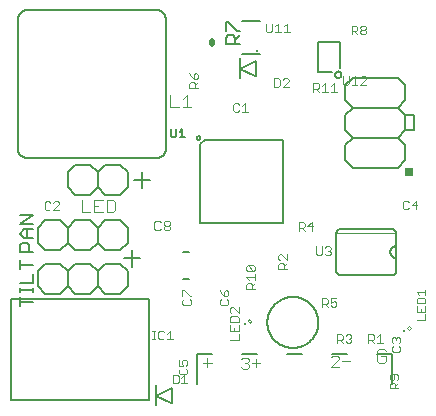
<source format=gbr>
G04 EAGLE Gerber RS-274X export*
G75*
%MOMM*%
%FSLAX34Y34*%
%LPD*%
%INSilkscreen Top*%
%IPPOS*%
%AMOC8*
5,1,8,0,0,1.08239X$1,22.5*%
G01*
%ADD10C,0.076200*%
%ADD11C,0.101600*%
%ADD12C,0.152400*%
%ADD13C,0.177800*%
%ADD14C,0.050800*%
%ADD15C,0.127000*%
%ADD16C,0.200000*%
%ADD17C,0.203200*%
%ADD18C,0.063400*%
%ADD19C,0.250000*%
%ADD20R,0.635000X0.635000*%
%ADD21C,0.508000*%


D10*
X210228Y81625D02*
X211795Y83193D01*
X214931Y83193D01*
X216499Y81625D01*
X216499Y80058D01*
X214931Y78490D01*
X213363Y78490D01*
X214931Y78490D02*
X216499Y76922D01*
X216499Y75355D01*
X214931Y73787D01*
X211795Y73787D01*
X210228Y75355D01*
X219583Y78490D02*
X225854Y78490D01*
X222718Y81625D02*
X222718Y75355D01*
X286428Y75565D02*
X292699Y75565D01*
X286428Y75565D02*
X292699Y81836D01*
X292699Y83403D01*
X291131Y84971D01*
X287995Y84971D01*
X286428Y83403D01*
X295783Y80268D02*
X302054Y80268D01*
D11*
X185596Y78999D02*
X177800Y78999D01*
X181698Y82897D02*
X181698Y75101D01*
X330967Y90434D02*
X332916Y88485D01*
X330967Y90434D02*
X327069Y90434D01*
X325120Y88485D01*
X325120Y80689D01*
X327069Y78740D01*
X330967Y78740D01*
X332916Y80689D01*
X332916Y84587D01*
X329018Y84587D01*
X75438Y206248D02*
X75438Y216671D01*
X75438Y206248D02*
X82387Y206248D01*
X85963Y216671D02*
X92911Y216671D01*
X85963Y216671D02*
X85963Y206248D01*
X92911Y206248D01*
X89437Y211459D02*
X85963Y211459D01*
X96487Y216671D02*
X96487Y206248D01*
X101699Y206248D01*
X103436Y207985D01*
X103436Y214934D01*
X101699Y216671D01*
X96487Y216671D01*
X150368Y295148D02*
X150368Y305571D01*
X150368Y295148D02*
X157317Y295148D01*
X160893Y302097D02*
X164367Y305571D01*
X164367Y295148D01*
X160893Y295148D02*
X167841Y295148D01*
D12*
X232410Y113030D02*
X232417Y113560D01*
X232436Y114089D01*
X232468Y114618D01*
X232514Y115146D01*
X232572Y115673D01*
X232644Y116198D01*
X232728Y116721D01*
X232825Y117242D01*
X232935Y117760D01*
X233057Y118276D01*
X233192Y118788D01*
X233340Y119297D01*
X233500Y119802D01*
X233672Y120303D01*
X233857Y120800D01*
X234053Y121292D01*
X234262Y121779D01*
X234483Y122261D01*
X234715Y122737D01*
X234959Y123207D01*
X235215Y123672D01*
X235482Y124129D01*
X235760Y124581D01*
X236049Y125025D01*
X236348Y125462D01*
X236659Y125891D01*
X236980Y126313D01*
X237311Y126727D01*
X237652Y127132D01*
X238003Y127529D01*
X238364Y127917D01*
X238734Y128296D01*
X239113Y128666D01*
X239501Y129027D01*
X239898Y129378D01*
X240303Y129719D01*
X240717Y130050D01*
X241139Y130371D01*
X241568Y130682D01*
X242005Y130981D01*
X242449Y131270D01*
X242901Y131548D01*
X243358Y131815D01*
X243823Y132071D01*
X244293Y132315D01*
X244769Y132547D01*
X245251Y132768D01*
X245738Y132977D01*
X246230Y133173D01*
X246727Y133358D01*
X247228Y133530D01*
X247733Y133690D01*
X248242Y133838D01*
X248754Y133973D01*
X249270Y134095D01*
X249788Y134205D01*
X250309Y134302D01*
X250832Y134386D01*
X251357Y134458D01*
X251884Y134516D01*
X252412Y134562D01*
X252941Y134594D01*
X253470Y134613D01*
X254000Y134620D01*
X254530Y134613D01*
X255059Y134594D01*
X255588Y134562D01*
X256116Y134516D01*
X256643Y134458D01*
X257168Y134386D01*
X257691Y134302D01*
X258212Y134205D01*
X258730Y134095D01*
X259246Y133973D01*
X259758Y133838D01*
X260267Y133690D01*
X260772Y133530D01*
X261273Y133358D01*
X261770Y133173D01*
X262262Y132977D01*
X262749Y132768D01*
X263231Y132547D01*
X263707Y132315D01*
X264177Y132071D01*
X264642Y131815D01*
X265099Y131548D01*
X265551Y131270D01*
X265995Y130981D01*
X266432Y130682D01*
X266861Y130371D01*
X267283Y130050D01*
X267697Y129719D01*
X268102Y129378D01*
X268499Y129027D01*
X268887Y128666D01*
X269266Y128296D01*
X269636Y127917D01*
X269997Y127529D01*
X270348Y127132D01*
X270689Y126727D01*
X271020Y126313D01*
X271341Y125891D01*
X271652Y125462D01*
X271951Y125025D01*
X272240Y124581D01*
X272518Y124129D01*
X272785Y123672D01*
X273041Y123207D01*
X273285Y122737D01*
X273517Y122261D01*
X273738Y121779D01*
X273947Y121292D01*
X274143Y120800D01*
X274328Y120303D01*
X274500Y119802D01*
X274660Y119297D01*
X274808Y118788D01*
X274943Y118276D01*
X275065Y117760D01*
X275175Y117242D01*
X275272Y116721D01*
X275356Y116198D01*
X275428Y115673D01*
X275486Y115146D01*
X275532Y114618D01*
X275564Y114089D01*
X275583Y113560D01*
X275590Y113030D01*
X275583Y112500D01*
X275564Y111971D01*
X275532Y111442D01*
X275486Y110914D01*
X275428Y110387D01*
X275356Y109862D01*
X275272Y109339D01*
X275175Y108818D01*
X275065Y108300D01*
X274943Y107784D01*
X274808Y107272D01*
X274660Y106763D01*
X274500Y106258D01*
X274328Y105757D01*
X274143Y105260D01*
X273947Y104768D01*
X273738Y104281D01*
X273517Y103799D01*
X273285Y103323D01*
X273041Y102853D01*
X272785Y102388D01*
X272518Y101931D01*
X272240Y101479D01*
X271951Y101035D01*
X271652Y100598D01*
X271341Y100169D01*
X271020Y99747D01*
X270689Y99333D01*
X270348Y98928D01*
X269997Y98531D01*
X269636Y98143D01*
X269266Y97764D01*
X268887Y97394D01*
X268499Y97033D01*
X268102Y96682D01*
X267697Y96341D01*
X267283Y96010D01*
X266861Y95689D01*
X266432Y95378D01*
X265995Y95079D01*
X265551Y94790D01*
X265099Y94512D01*
X264642Y94245D01*
X264177Y93989D01*
X263707Y93745D01*
X263231Y93513D01*
X262749Y93292D01*
X262262Y93083D01*
X261770Y92887D01*
X261273Y92702D01*
X260772Y92530D01*
X260267Y92370D01*
X259758Y92222D01*
X259246Y92087D01*
X258730Y91965D01*
X258212Y91855D01*
X257691Y91758D01*
X257168Y91674D01*
X256643Y91602D01*
X256116Y91544D01*
X255588Y91498D01*
X255059Y91466D01*
X254530Y91447D01*
X254000Y91440D01*
X253470Y91447D01*
X252941Y91466D01*
X252412Y91498D01*
X251884Y91544D01*
X251357Y91602D01*
X250832Y91674D01*
X250309Y91758D01*
X249788Y91855D01*
X249270Y91965D01*
X248754Y92087D01*
X248242Y92222D01*
X247733Y92370D01*
X247228Y92530D01*
X246727Y92702D01*
X246230Y92887D01*
X245738Y93083D01*
X245251Y93292D01*
X244769Y93513D01*
X244293Y93745D01*
X243823Y93989D01*
X243358Y94245D01*
X242901Y94512D01*
X242449Y94790D01*
X242005Y95079D01*
X241568Y95378D01*
X241139Y95689D01*
X240717Y96010D01*
X240303Y96341D01*
X239898Y96682D01*
X239501Y97033D01*
X239113Y97394D01*
X238734Y97764D01*
X238364Y98143D01*
X238003Y98531D01*
X237652Y98928D01*
X237311Y99333D01*
X236980Y99747D01*
X236659Y100169D01*
X236348Y100598D01*
X236049Y101035D01*
X235760Y101479D01*
X235482Y101931D01*
X235215Y102388D01*
X234959Y102853D01*
X234715Y103323D01*
X234483Y103799D01*
X234262Y104281D01*
X234053Y104768D01*
X233857Y105260D01*
X233672Y105757D01*
X233500Y106258D01*
X233340Y106763D01*
X233192Y107272D01*
X233057Y107784D01*
X232935Y108300D01*
X232825Y108818D01*
X232728Y109339D01*
X232644Y109862D01*
X232572Y110387D01*
X232514Y110914D01*
X232468Y111442D01*
X232436Y111971D01*
X232417Y112500D01*
X232410Y113030D01*
D10*
X296291Y315300D02*
X296291Y321443D01*
X296291Y315300D02*
X297520Y314071D01*
X299977Y314071D01*
X301206Y315300D01*
X301206Y321443D01*
X303775Y318986D02*
X306233Y321443D01*
X306233Y314071D01*
X308690Y314071D02*
X303775Y314071D01*
X311259Y314071D02*
X316174Y314071D01*
X311259Y314071D02*
X316174Y318986D01*
X316174Y320215D01*
X314945Y321443D01*
X312488Y321443D01*
X311259Y320215D01*
D13*
X124827Y167141D02*
X110760Y167141D01*
X117794Y174174D02*
X117794Y160108D01*
X119142Y233435D02*
X133209Y233435D01*
X126176Y240468D02*
X126176Y226402D01*
D10*
X337687Y91697D02*
X338915Y92926D01*
X337687Y91697D02*
X337687Y89240D01*
X338915Y88011D01*
X343830Y88011D01*
X345059Y89240D01*
X345059Y91697D01*
X343830Y92926D01*
X338915Y95495D02*
X337687Y96724D01*
X337687Y99181D01*
X338915Y100410D01*
X340144Y100410D01*
X341373Y99181D01*
X341373Y97953D01*
X341373Y99181D02*
X342602Y100410D01*
X343830Y100410D01*
X345059Y99181D01*
X345059Y96724D01*
X343830Y95495D01*
X352006Y214805D02*
X350777Y216033D01*
X348320Y216033D01*
X347091Y214805D01*
X347091Y209890D01*
X348320Y208661D01*
X350777Y208661D01*
X352006Y209890D01*
X358261Y208661D02*
X358261Y216033D01*
X354575Y212347D01*
X359490Y212347D01*
D12*
X337820Y153162D02*
X294640Y153162D01*
X290830Y188468D02*
X290832Y188590D01*
X290838Y188712D01*
X290848Y188834D01*
X290861Y188955D01*
X290879Y189076D01*
X290900Y189196D01*
X290926Y189316D01*
X290955Y189434D01*
X290987Y189552D01*
X291024Y189669D01*
X291064Y189784D01*
X291108Y189898D01*
X291156Y190010D01*
X291207Y190121D01*
X291262Y190230D01*
X291320Y190338D01*
X291382Y190443D01*
X291447Y190546D01*
X291515Y190648D01*
X291587Y190747D01*
X291661Y190843D01*
X291739Y190938D01*
X291820Y191029D01*
X291903Y191119D01*
X291989Y191205D01*
X292079Y191288D01*
X292170Y191369D01*
X292265Y191447D01*
X292361Y191521D01*
X292460Y191593D01*
X292562Y191661D01*
X292665Y191726D01*
X292770Y191788D01*
X292878Y191846D01*
X292987Y191901D01*
X293098Y191952D01*
X293210Y192000D01*
X293324Y192044D01*
X293439Y192084D01*
X293556Y192121D01*
X293674Y192153D01*
X293792Y192182D01*
X293912Y192208D01*
X294032Y192229D01*
X294153Y192247D01*
X294274Y192260D01*
X294396Y192270D01*
X294518Y192276D01*
X294640Y192278D01*
X337820Y153162D02*
X337942Y153164D01*
X338064Y153170D01*
X338186Y153180D01*
X338307Y153193D01*
X338428Y153211D01*
X338548Y153232D01*
X338668Y153258D01*
X338786Y153287D01*
X338904Y153319D01*
X339021Y153356D01*
X339136Y153396D01*
X339250Y153440D01*
X339362Y153488D01*
X339473Y153539D01*
X339582Y153594D01*
X339690Y153652D01*
X339795Y153714D01*
X339898Y153779D01*
X340000Y153847D01*
X340099Y153919D01*
X340195Y153993D01*
X340290Y154071D01*
X340381Y154152D01*
X340471Y154235D01*
X340557Y154321D01*
X340640Y154411D01*
X340721Y154502D01*
X340799Y154597D01*
X340873Y154693D01*
X340945Y154792D01*
X341013Y154894D01*
X341078Y154997D01*
X341140Y155102D01*
X341198Y155210D01*
X341253Y155319D01*
X341304Y155430D01*
X341352Y155542D01*
X341396Y155656D01*
X341436Y155771D01*
X341473Y155888D01*
X341505Y156006D01*
X341534Y156124D01*
X341560Y156244D01*
X341581Y156364D01*
X341599Y156485D01*
X341612Y156606D01*
X341622Y156728D01*
X341628Y156850D01*
X341630Y156972D01*
X294640Y153162D02*
X294518Y153164D01*
X294396Y153170D01*
X294274Y153180D01*
X294153Y153193D01*
X294032Y153211D01*
X293912Y153232D01*
X293792Y153258D01*
X293674Y153287D01*
X293556Y153319D01*
X293439Y153356D01*
X293324Y153396D01*
X293210Y153440D01*
X293098Y153488D01*
X292987Y153539D01*
X292878Y153594D01*
X292770Y153652D01*
X292665Y153714D01*
X292562Y153779D01*
X292460Y153847D01*
X292361Y153919D01*
X292265Y153993D01*
X292170Y154071D01*
X292079Y154152D01*
X291989Y154235D01*
X291903Y154321D01*
X291820Y154411D01*
X291739Y154502D01*
X291661Y154597D01*
X291587Y154693D01*
X291515Y154792D01*
X291447Y154894D01*
X291382Y154997D01*
X291320Y155102D01*
X291262Y155210D01*
X291207Y155319D01*
X291156Y155430D01*
X291108Y155542D01*
X291064Y155656D01*
X291024Y155771D01*
X290987Y155888D01*
X290955Y156006D01*
X290926Y156124D01*
X290900Y156244D01*
X290879Y156364D01*
X290861Y156485D01*
X290848Y156606D01*
X290838Y156728D01*
X290832Y156850D01*
X290830Y156972D01*
X337820Y192278D02*
X337942Y192276D01*
X338064Y192270D01*
X338186Y192260D01*
X338307Y192247D01*
X338428Y192229D01*
X338548Y192208D01*
X338668Y192182D01*
X338786Y192153D01*
X338904Y192121D01*
X339021Y192084D01*
X339136Y192044D01*
X339250Y192000D01*
X339362Y191952D01*
X339473Y191901D01*
X339582Y191846D01*
X339690Y191788D01*
X339795Y191726D01*
X339898Y191661D01*
X340000Y191593D01*
X340099Y191521D01*
X340195Y191447D01*
X340290Y191369D01*
X340381Y191288D01*
X340471Y191205D01*
X340557Y191119D01*
X340640Y191029D01*
X340721Y190938D01*
X340799Y190843D01*
X340873Y190747D01*
X340945Y190648D01*
X341013Y190546D01*
X341078Y190443D01*
X341140Y190338D01*
X341198Y190230D01*
X341253Y190121D01*
X341304Y190010D01*
X341352Y189898D01*
X341396Y189784D01*
X341436Y189669D01*
X341473Y189552D01*
X341505Y189434D01*
X341534Y189316D01*
X341560Y189196D01*
X341581Y189076D01*
X341599Y188955D01*
X341612Y188834D01*
X341622Y188712D01*
X341628Y188590D01*
X341630Y188468D01*
X337820Y192278D02*
X294640Y192278D01*
X290830Y188468D02*
X290830Y156972D01*
X341630Y156972D02*
X341630Y167640D01*
X341630Y177800D01*
X341630Y188468D01*
X341630Y177800D02*
X341489Y177798D01*
X341348Y177792D01*
X341207Y177782D01*
X341066Y177769D01*
X340926Y177751D01*
X340787Y177729D01*
X340648Y177704D01*
X340509Y177675D01*
X340372Y177642D01*
X340236Y177605D01*
X340101Y177564D01*
X339966Y177520D01*
X339834Y177472D01*
X339702Y177420D01*
X339572Y177365D01*
X339444Y177306D01*
X339317Y177243D01*
X339193Y177177D01*
X339070Y177108D01*
X338949Y177035D01*
X338830Y176959D01*
X338713Y176879D01*
X338599Y176796D01*
X338486Y176711D01*
X338377Y176622D01*
X338269Y176530D01*
X338165Y176435D01*
X338063Y176337D01*
X337964Y176236D01*
X337867Y176133D01*
X337774Y176027D01*
X337684Y175919D01*
X337596Y175808D01*
X337512Y175695D01*
X337431Y175579D01*
X337353Y175461D01*
X337278Y175341D01*
X337207Y175219D01*
X337139Y175095D01*
X337075Y174969D01*
X337014Y174842D01*
X336957Y174713D01*
X336904Y174582D01*
X336854Y174450D01*
X336807Y174317D01*
X336765Y174182D01*
X336726Y174046D01*
X336691Y173909D01*
X336660Y173772D01*
X336633Y173633D01*
X336609Y173494D01*
X336590Y173354D01*
X336574Y173214D01*
X336562Y173073D01*
X336554Y172932D01*
X336550Y172791D01*
X336550Y172649D01*
X336554Y172508D01*
X336562Y172367D01*
X336574Y172226D01*
X336590Y172086D01*
X336609Y171946D01*
X336633Y171807D01*
X336660Y171668D01*
X336691Y171531D01*
X336726Y171394D01*
X336765Y171258D01*
X336807Y171123D01*
X336854Y170990D01*
X336904Y170858D01*
X336957Y170727D01*
X337014Y170598D01*
X337075Y170471D01*
X337139Y170345D01*
X337207Y170221D01*
X337278Y170099D01*
X337353Y169979D01*
X337431Y169861D01*
X337512Y169745D01*
X337596Y169632D01*
X337684Y169521D01*
X337774Y169413D01*
X337867Y169307D01*
X337964Y169204D01*
X338063Y169103D01*
X338165Y169005D01*
X338269Y168910D01*
X338377Y168818D01*
X338486Y168729D01*
X338599Y168644D01*
X338713Y168561D01*
X338830Y168481D01*
X338949Y168405D01*
X339070Y168332D01*
X339193Y168263D01*
X339317Y168197D01*
X339444Y168134D01*
X339572Y168075D01*
X339702Y168020D01*
X339834Y167968D01*
X339966Y167920D01*
X340101Y167876D01*
X340236Y167835D01*
X340372Y167798D01*
X340509Y167765D01*
X340648Y167736D01*
X340787Y167711D01*
X340926Y167689D01*
X341066Y167671D01*
X341207Y167658D01*
X341348Y167648D01*
X341489Y167642D01*
X341630Y167640D01*
D14*
X341630Y188722D02*
X290830Y188722D01*
D10*
X273703Y177425D02*
X273703Y171282D01*
X274931Y170053D01*
X277389Y170053D01*
X278618Y171282D01*
X278618Y177425D01*
X281187Y176197D02*
X282416Y177425D01*
X284873Y177425D01*
X286102Y176197D01*
X286102Y174968D01*
X284873Y173739D01*
X283644Y173739D01*
X284873Y173739D02*
X286102Y172510D01*
X286102Y171282D01*
X284873Y170053D01*
X282416Y170053D01*
X281187Y171282D01*
X317881Y103003D02*
X317881Y95631D01*
X317881Y103003D02*
X321567Y103003D01*
X322796Y101775D01*
X322796Y99317D01*
X321567Y98088D01*
X317881Y98088D01*
X320338Y98088D02*
X322796Y95631D01*
X325365Y100546D02*
X327823Y103003D01*
X327823Y95631D01*
X330280Y95631D02*
X325365Y95631D01*
X249047Y158133D02*
X241675Y158133D01*
X241675Y161819D01*
X242903Y163048D01*
X245361Y163048D01*
X246590Y161819D01*
X246590Y158133D01*
X246590Y160590D02*
X249047Y163048D01*
X249047Y165617D02*
X249047Y170532D01*
X249047Y165617D02*
X244132Y170532D01*
X242903Y170532D01*
X241675Y169303D01*
X241675Y166846D01*
X242903Y165617D01*
X278511Y133483D02*
X278511Y126111D01*
X278511Y133483D02*
X282197Y133483D01*
X283426Y132255D01*
X283426Y129797D01*
X282197Y128568D01*
X278511Y128568D01*
X280968Y128568D02*
X283426Y126111D01*
X285995Y133483D02*
X290910Y133483D01*
X285995Y133483D02*
X285995Y129797D01*
X288453Y131026D01*
X289681Y131026D01*
X290910Y129797D01*
X290910Y127340D01*
X289681Y126111D01*
X287224Y126111D01*
X285995Y127340D01*
D14*
X259271Y190754D02*
X259271Y197872D01*
X262830Y197872D01*
X264017Y196686D01*
X264017Y194313D01*
X262830Y193127D01*
X259271Y193127D01*
X261644Y193127D02*
X264017Y190754D01*
X269847Y190754D02*
X269847Y197872D01*
X266288Y194313D01*
X271033Y194313D01*
D10*
X291211Y103003D02*
X291211Y95631D01*
X291211Y103003D02*
X294897Y103003D01*
X296126Y101775D01*
X296126Y99317D01*
X294897Y98088D01*
X291211Y98088D01*
X293668Y98088D02*
X296126Y95631D01*
X298695Y101775D02*
X299924Y103003D01*
X302381Y103003D01*
X303610Y101775D01*
X303610Y100546D01*
X302381Y99317D01*
X301153Y99317D01*
X302381Y99317D02*
X303610Y98088D01*
X303610Y96860D01*
X302381Y95631D01*
X299924Y95631D01*
X298695Y96860D01*
D12*
X57150Y199390D02*
X44450Y199390D01*
X57150Y199390D02*
X63500Y193040D01*
X63500Y180340D01*
X57150Y173990D01*
X63500Y193040D02*
X69850Y199390D01*
X82550Y199390D01*
X88900Y193040D01*
X88900Y180340D01*
X82550Y173990D01*
X69850Y173990D01*
X63500Y180340D01*
X38100Y180340D02*
X38100Y193040D01*
X44450Y199390D01*
X38100Y180340D02*
X44450Y173990D01*
X57150Y173990D01*
X88900Y193040D02*
X95250Y199390D01*
X107950Y199390D01*
X114300Y193040D01*
X114300Y180340D01*
X107950Y173990D01*
X95250Y173990D01*
X88900Y180340D01*
D15*
X34417Y172593D02*
X22977Y172593D01*
X22977Y178313D01*
X24884Y180220D01*
X28697Y180220D01*
X30604Y178313D01*
X30604Y172593D01*
X34417Y184287D02*
X26791Y184287D01*
X22977Y188100D01*
X26791Y191913D01*
X34417Y191913D01*
X28697Y191913D02*
X28697Y184287D01*
X34417Y195981D02*
X22977Y195981D01*
X34417Y203607D01*
X22977Y203607D01*
D12*
X44450Y162560D02*
X57150Y162560D01*
X63500Y156210D01*
X63500Y143510D01*
X57150Y137160D01*
X63500Y156210D02*
X69850Y162560D01*
X82550Y162560D01*
X88900Y156210D01*
X88900Y143510D01*
X82550Y137160D01*
X69850Y137160D01*
X63500Y143510D01*
X38100Y143510D02*
X38100Y156210D01*
X44450Y162560D01*
X38100Y143510D02*
X44450Y137160D01*
X57150Y137160D01*
X88900Y156210D02*
X95250Y162560D01*
X107950Y162560D01*
X114300Y156210D01*
X114300Y143510D01*
X107950Y137160D01*
X95250Y137160D01*
X88900Y143510D01*
D15*
X34417Y130686D02*
X22977Y130686D01*
X22977Y126873D02*
X22977Y134500D01*
X34417Y138567D02*
X34417Y142380D01*
X34417Y140474D02*
X22977Y140474D01*
X22977Y142380D02*
X22977Y138567D01*
X22977Y146363D02*
X34417Y146363D01*
X34417Y153989D01*
X34417Y161870D02*
X22977Y161870D01*
X22977Y158057D02*
X22977Y165683D01*
D12*
X210630Y340100D02*
X226250Y340100D01*
X226250Y368550D02*
X210630Y368550D01*
D16*
X223440Y342830D03*
D10*
X231294Y359877D02*
X231294Y366020D01*
X231294Y359877D02*
X232522Y358648D01*
X234980Y358648D01*
X236208Y359877D01*
X236208Y366020D01*
X238778Y363563D02*
X241235Y366020D01*
X241235Y358648D01*
X238778Y358648D02*
X243693Y358648D01*
X246262Y363563D02*
X248719Y366020D01*
X248719Y358648D01*
X246262Y358648D02*
X251177Y358648D01*
X207267Y298583D02*
X208496Y297355D01*
X207267Y298583D02*
X204810Y298583D01*
X203581Y297355D01*
X203581Y292440D01*
X204810Y291211D01*
X207267Y291211D01*
X208496Y292440D01*
X211065Y296126D02*
X213523Y298583D01*
X213523Y291211D01*
X215980Y291211D02*
X211065Y291211D01*
D12*
X107950Y220980D02*
X95250Y220980D01*
X88900Y227330D01*
X88900Y240030D01*
X95250Y246380D01*
X114300Y240030D02*
X114300Y227330D01*
X107950Y220980D01*
X114300Y240030D02*
X107950Y246380D01*
X95250Y246380D01*
X88900Y227330D02*
X82550Y220980D01*
X69850Y220980D01*
X63500Y227330D01*
X63500Y240030D01*
X69850Y246380D01*
X82550Y246380D01*
X88900Y240030D01*
D15*
X209440Y319660D02*
X209440Y327660D01*
X209440Y336660D01*
X222440Y334660D02*
X222440Y321660D01*
X222440Y334660D02*
X209440Y327660D01*
X222240Y321660D01*
D10*
X238133Y319785D02*
X238133Y312413D01*
X241819Y312413D01*
X243048Y313642D01*
X243048Y318557D01*
X241819Y319785D01*
X238133Y319785D01*
X245617Y312413D02*
X250532Y312413D01*
X245617Y312413D02*
X250532Y317328D01*
X250532Y318557D01*
X249303Y319785D01*
X246846Y319785D01*
X245617Y318557D01*
X173609Y311531D02*
X166237Y311531D01*
X166237Y315217D01*
X167465Y316446D01*
X169923Y316446D01*
X171152Y315217D01*
X171152Y311531D01*
X171152Y313988D02*
X173609Y316446D01*
X167465Y321473D02*
X166237Y323930D01*
X167465Y321473D02*
X169923Y319015D01*
X172380Y319015D01*
X173609Y320244D01*
X173609Y322701D01*
X172380Y323930D01*
X171152Y323930D01*
X169923Y322701D01*
X169923Y319015D01*
X48748Y214297D02*
X47519Y215525D01*
X45061Y215525D01*
X43833Y214297D01*
X43833Y209382D01*
X45061Y208153D01*
X47519Y208153D01*
X48748Y209382D01*
X51317Y208153D02*
X56232Y208153D01*
X51317Y208153D02*
X56232Y213068D01*
X56232Y214297D01*
X55003Y215525D01*
X52546Y215525D01*
X51317Y214297D01*
D15*
X15480Y47150D02*
X131840Y47150D01*
X131840Y132870D01*
X15480Y132870D01*
X15480Y47150D01*
D10*
X135001Y98679D02*
X137458Y98679D01*
X136230Y98679D02*
X136230Y106051D01*
X137458Y106051D02*
X135001Y106051D01*
X143677Y106051D02*
X144905Y104823D01*
X143677Y106051D02*
X141219Y106051D01*
X139990Y104823D01*
X139990Y99908D01*
X141219Y98679D01*
X143677Y98679D01*
X144905Y99908D01*
X147475Y103594D02*
X149932Y106051D01*
X149932Y98679D01*
X147475Y98679D02*
X152389Y98679D01*
X158575Y73876D02*
X157347Y72647D01*
X157347Y70190D01*
X158575Y68961D01*
X163490Y68961D01*
X164719Y70190D01*
X164719Y72647D01*
X163490Y73876D01*
X157347Y76445D02*
X157347Y81360D01*
X157347Y76445D02*
X161033Y76445D01*
X159804Y78903D01*
X159804Y80131D01*
X161033Y81360D01*
X163490Y81360D01*
X164719Y80131D01*
X164719Y77674D01*
X163490Y76445D01*
X303675Y356997D02*
X303675Y364369D01*
X307361Y364369D01*
X308590Y363141D01*
X308590Y360683D01*
X307361Y359454D01*
X303675Y359454D01*
X306132Y359454D02*
X308590Y356997D01*
X311159Y363141D02*
X312388Y364369D01*
X314845Y364369D01*
X316074Y363141D01*
X316074Y361912D01*
X314845Y360683D01*
X316074Y359454D01*
X316074Y358226D01*
X314845Y356997D01*
X312388Y356997D01*
X311159Y358226D01*
X311159Y359454D01*
X312388Y360683D01*
X311159Y361912D01*
X311159Y363141D01*
X312388Y360683D02*
X314845Y360683D01*
D15*
X325120Y86106D02*
X337820Y86106D01*
X337820Y60706D01*
X185420Y86106D02*
X172720Y86106D01*
X172720Y60706D01*
X210820Y86106D02*
X223520Y86106D01*
X248920Y86106D02*
X261620Y86106D01*
X287020Y86106D02*
X299720Y86106D01*
X138320Y50800D02*
X138320Y42800D01*
X138320Y50800D02*
X138320Y59800D01*
X151320Y57800D02*
X151320Y44800D01*
X151320Y57800D02*
X138320Y50800D01*
X151120Y44800D01*
D14*
X152581Y61334D02*
X152581Y68452D01*
X152581Y61334D02*
X156140Y61334D01*
X157327Y62520D01*
X157327Y67266D01*
X156140Y68452D01*
X152581Y68452D01*
X159598Y66079D02*
X161970Y68452D01*
X161970Y61334D01*
X159598Y61334D02*
X164343Y61334D01*
D17*
X245870Y197360D02*
X245870Y267460D01*
X245870Y197360D02*
X175770Y197360D01*
X175770Y263910D01*
X179320Y267460D02*
X245870Y267460D01*
X179320Y267460D02*
X175770Y263910D01*
X172720Y269240D02*
X172722Y269318D01*
X172728Y269395D01*
X172738Y269473D01*
X172752Y269549D01*
X172769Y269625D01*
X172791Y269700D01*
X172816Y269773D01*
X172845Y269846D01*
X172878Y269916D01*
X172915Y269985D01*
X172954Y270052D01*
X172997Y270117D01*
X173044Y270179D01*
X173093Y270239D01*
X173146Y270297D01*
X173201Y270351D01*
X173259Y270403D01*
X173320Y270452D01*
X173383Y270498D01*
X173449Y270540D01*
X173516Y270579D01*
X173585Y270614D01*
X173656Y270646D01*
X173729Y270674D01*
X173803Y270699D01*
X173878Y270719D01*
X173954Y270736D01*
X174031Y270749D01*
X174108Y270758D01*
X174186Y270763D01*
X174263Y270764D01*
X174341Y270761D01*
X174419Y270754D01*
X174496Y270743D01*
X174572Y270728D01*
X174648Y270710D01*
X174722Y270687D01*
X174796Y270661D01*
X174867Y270631D01*
X174938Y270597D01*
X175006Y270560D01*
X175072Y270519D01*
X175137Y270475D01*
X175199Y270428D01*
X175258Y270378D01*
X175315Y270324D01*
X175369Y270268D01*
X175420Y270210D01*
X175468Y270148D01*
X175513Y270085D01*
X175554Y270019D01*
X175592Y269951D01*
X175627Y269881D01*
X175658Y269810D01*
X175685Y269737D01*
X175708Y269663D01*
X175728Y269587D01*
X175744Y269511D01*
X175756Y269434D01*
X175764Y269357D01*
X175768Y269279D01*
X175768Y269201D01*
X175764Y269123D01*
X175756Y269046D01*
X175744Y268969D01*
X175728Y268893D01*
X175708Y268817D01*
X175685Y268743D01*
X175658Y268670D01*
X175627Y268599D01*
X175592Y268529D01*
X175554Y268461D01*
X175513Y268395D01*
X175468Y268332D01*
X175420Y268270D01*
X175369Y268212D01*
X175315Y268156D01*
X175258Y268102D01*
X175199Y268052D01*
X175137Y268005D01*
X175072Y267961D01*
X175006Y267920D01*
X174938Y267883D01*
X174867Y267849D01*
X174796Y267819D01*
X174722Y267793D01*
X174648Y267770D01*
X174572Y267752D01*
X174496Y267737D01*
X174419Y267726D01*
X174341Y267719D01*
X174263Y267716D01*
X174186Y267717D01*
X174108Y267722D01*
X174031Y267731D01*
X173954Y267744D01*
X173878Y267761D01*
X173803Y267781D01*
X173729Y267806D01*
X173656Y267834D01*
X173585Y267866D01*
X173516Y267901D01*
X173449Y267940D01*
X173383Y267982D01*
X173320Y268028D01*
X173259Y268077D01*
X173201Y268129D01*
X173146Y268183D01*
X173093Y268241D01*
X173044Y268301D01*
X172997Y268363D01*
X172954Y268428D01*
X172915Y268495D01*
X172878Y268564D01*
X172845Y268634D01*
X172816Y268707D01*
X172791Y268780D01*
X172769Y268855D01*
X172752Y268931D01*
X172738Y269007D01*
X172728Y269085D01*
X172722Y269162D01*
X172720Y269240D01*
D12*
X150758Y271104D02*
X150758Y276612D01*
X150758Y271104D02*
X151859Y270002D01*
X154063Y270002D01*
X155164Y271104D01*
X155164Y276612D01*
X158242Y274408D02*
X160445Y276612D01*
X160445Y270002D01*
X158242Y270002D02*
X162648Y270002D01*
D10*
X193373Y132568D02*
X192145Y131339D01*
X192145Y128881D01*
X193373Y127653D01*
X198288Y127653D01*
X199517Y128881D01*
X199517Y131339D01*
X198288Y132568D01*
X193373Y137594D02*
X192145Y140052D01*
X193373Y137594D02*
X195831Y135137D01*
X198288Y135137D01*
X199517Y136366D01*
X199517Y138823D01*
X198288Y140052D01*
X197060Y140052D01*
X195831Y138823D01*
X195831Y135137D01*
X161623Y132568D02*
X160395Y131339D01*
X160395Y128881D01*
X161623Y127653D01*
X166538Y127653D01*
X167767Y128881D01*
X167767Y131339D01*
X166538Y132568D01*
X160395Y135137D02*
X160395Y140052D01*
X161623Y140052D01*
X166538Y135137D01*
X167767Y135137D01*
D18*
X350544Y108204D02*
X352294Y106454D01*
X350544Y108204D02*
X352044Y109704D01*
X353794Y107954D01*
X352294Y106454D01*
D19*
X348044Y105454D03*
D14*
X358802Y115048D02*
X365920Y115048D01*
X365920Y119793D01*
X358802Y122064D02*
X358802Y126810D01*
X358802Y122064D02*
X365920Y122064D01*
X365920Y126810D01*
X362361Y124437D02*
X362361Y122064D01*
X358802Y129081D02*
X365920Y129081D01*
X365920Y132640D01*
X364734Y133826D01*
X359988Y133826D01*
X358802Y132640D01*
X358802Y129081D01*
X361175Y136097D02*
X358802Y138470D01*
X365920Y138470D01*
X365920Y136097D02*
X365920Y140843D01*
X343154Y57150D02*
X336036Y57150D01*
X336036Y60709D01*
X337222Y61895D01*
X339595Y61895D01*
X340781Y60709D01*
X340781Y57150D01*
X340781Y59523D02*
X343154Y61895D01*
X341968Y64166D02*
X343154Y65353D01*
X343154Y67725D01*
X341968Y68912D01*
X337222Y68912D01*
X336036Y67725D01*
X336036Y65353D01*
X337222Y64166D01*
X338409Y64166D01*
X339595Y65353D01*
X339595Y68912D01*
D18*
X217420Y112550D02*
X215670Y114300D01*
X217170Y115800D01*
X218920Y114050D01*
X217420Y112550D01*
D19*
X213170Y111550D03*
D10*
X208059Y98411D02*
X200687Y98411D01*
X208059Y98411D02*
X208059Y103326D01*
X200687Y105895D02*
X200687Y110810D01*
X200687Y105895D02*
X208059Y105895D01*
X208059Y110810D01*
X204373Y108353D02*
X204373Y105895D01*
X200687Y113379D02*
X208059Y113379D01*
X208059Y117065D01*
X206830Y118294D01*
X201915Y118294D01*
X200687Y117065D01*
X200687Y113379D01*
X208059Y120863D02*
X208059Y125778D01*
X208059Y120863D02*
X203144Y125778D01*
X201915Y125778D01*
X200687Y124550D01*
X200687Y122092D01*
X201915Y120863D01*
X214497Y141351D02*
X221869Y141351D01*
X214497Y141351D02*
X214497Y145037D01*
X215725Y146266D01*
X218183Y146266D01*
X219412Y145037D01*
X219412Y141351D01*
X219412Y143808D02*
X221869Y146266D01*
X216954Y148835D02*
X214497Y151293D01*
X221869Y151293D01*
X221869Y153750D02*
X221869Y148835D01*
X220640Y156319D02*
X215725Y156319D01*
X214497Y157548D01*
X214497Y160005D01*
X215725Y161234D01*
X220640Y161234D01*
X221869Y160005D01*
X221869Y157548D01*
X220640Y156319D01*
X215725Y161234D01*
X271299Y308483D02*
X271299Y315855D01*
X274985Y315855D01*
X276213Y314627D01*
X276213Y312169D01*
X274985Y310940D01*
X271299Y310940D01*
X273756Y310940D02*
X276213Y308483D01*
X278783Y313398D02*
X281240Y315855D01*
X281240Y308483D01*
X278783Y308483D02*
X283698Y308483D01*
X286267Y313398D02*
X288724Y315855D01*
X288724Y308483D01*
X286267Y308483D02*
X291182Y308483D01*
D12*
X349250Y250190D02*
X342900Y243840D01*
X349250Y262890D02*
X342900Y269240D01*
X349250Y275590D01*
X349250Y288290D02*
X342900Y294640D01*
X342900Y243840D02*
X304800Y243840D01*
X298450Y250190D01*
X298450Y262890D01*
X304800Y269240D01*
X298450Y275590D01*
X298450Y288290D01*
X304800Y294640D01*
X304800Y269240D02*
X342900Y269240D01*
X342900Y294640D02*
X304800Y294640D01*
X349250Y288290D02*
X349250Y275590D01*
X349250Y262890D02*
X349250Y250190D01*
X342900Y294640D02*
X349250Y300990D01*
X349250Y313690D02*
X342900Y320040D01*
X304800Y294640D02*
X298450Y300990D01*
X298450Y313690D01*
X304800Y320040D01*
X342900Y320040D01*
X349250Y313690D02*
X349250Y300990D01*
D20*
X352425Y240665D03*
D15*
X349250Y275590D02*
X356870Y275590D01*
X356870Y288290D01*
X349250Y288290D01*
X166330Y172520D02*
X161330Y172520D01*
X161330Y150020D02*
X166330Y150020D01*
D10*
X141948Y197660D02*
X140592Y199016D01*
X137881Y199016D01*
X136525Y197660D01*
X136525Y192237D01*
X137881Y190881D01*
X140592Y190881D01*
X141948Y192237D01*
X144711Y197660D02*
X146067Y199016D01*
X148778Y199016D01*
X150134Y197660D01*
X150134Y196304D01*
X148778Y194948D01*
X150134Y193593D01*
X150134Y192237D01*
X148778Y190881D01*
X146067Y190881D01*
X144711Y192237D01*
X144711Y193593D01*
X146067Y194948D01*
X144711Y196304D01*
X144711Y197660D01*
X146067Y194948D02*
X148778Y194948D01*
D15*
X138820Y252460D02*
X28820Y252460D01*
X28820Y377460D02*
X138820Y377460D01*
X139001Y377458D01*
X139182Y377451D01*
X139363Y377440D01*
X139544Y377425D01*
X139724Y377405D01*
X139904Y377381D01*
X140083Y377353D01*
X140261Y377320D01*
X140438Y377283D01*
X140615Y377242D01*
X140790Y377197D01*
X140965Y377147D01*
X141138Y377093D01*
X141309Y377035D01*
X141480Y376973D01*
X141648Y376906D01*
X141815Y376836D01*
X141981Y376762D01*
X142144Y376683D01*
X142305Y376601D01*
X142465Y376515D01*
X142622Y376425D01*
X142777Y376331D01*
X142930Y376234D01*
X143080Y376132D01*
X143228Y376028D01*
X143374Y375919D01*
X143516Y375808D01*
X143656Y375692D01*
X143793Y375574D01*
X143928Y375452D01*
X144059Y375327D01*
X144187Y375199D01*
X144312Y375068D01*
X144434Y374933D01*
X144552Y374796D01*
X144668Y374656D01*
X144779Y374514D01*
X144888Y374368D01*
X144992Y374220D01*
X145094Y374070D01*
X145191Y373917D01*
X145285Y373762D01*
X145375Y373605D01*
X145461Y373445D01*
X145543Y373284D01*
X145622Y373121D01*
X145696Y372955D01*
X145766Y372788D01*
X145833Y372620D01*
X145895Y372449D01*
X145953Y372278D01*
X146007Y372105D01*
X146057Y371930D01*
X146102Y371755D01*
X146143Y371578D01*
X146180Y371401D01*
X146213Y371223D01*
X146241Y371044D01*
X146265Y370864D01*
X146285Y370684D01*
X146300Y370503D01*
X146311Y370322D01*
X146318Y370141D01*
X146320Y369960D01*
X146320Y259960D02*
X146318Y259779D01*
X146311Y259598D01*
X146300Y259417D01*
X146285Y259236D01*
X146265Y259056D01*
X146241Y258876D01*
X146213Y258697D01*
X146180Y258519D01*
X146143Y258342D01*
X146102Y258165D01*
X146057Y257990D01*
X146007Y257815D01*
X145953Y257642D01*
X145895Y257471D01*
X145833Y257300D01*
X145766Y257132D01*
X145696Y256965D01*
X145622Y256799D01*
X145543Y256636D01*
X145461Y256475D01*
X145375Y256315D01*
X145285Y256158D01*
X145191Y256003D01*
X145094Y255850D01*
X144992Y255700D01*
X144888Y255552D01*
X144779Y255406D01*
X144668Y255264D01*
X144552Y255124D01*
X144434Y254987D01*
X144312Y254852D01*
X144187Y254721D01*
X144059Y254593D01*
X143928Y254468D01*
X143793Y254346D01*
X143656Y254228D01*
X143516Y254112D01*
X143374Y254001D01*
X143228Y253892D01*
X143080Y253788D01*
X142930Y253686D01*
X142777Y253589D01*
X142622Y253495D01*
X142465Y253405D01*
X142305Y253319D01*
X142144Y253237D01*
X141981Y253158D01*
X141815Y253084D01*
X141648Y253014D01*
X141480Y252947D01*
X141309Y252885D01*
X141138Y252827D01*
X140965Y252773D01*
X140790Y252723D01*
X140615Y252678D01*
X140438Y252637D01*
X140261Y252600D01*
X140083Y252567D01*
X139904Y252539D01*
X139724Y252515D01*
X139544Y252495D01*
X139363Y252480D01*
X139182Y252469D01*
X139001Y252462D01*
X138820Y252460D01*
X28820Y252460D02*
X28639Y252462D01*
X28458Y252469D01*
X28277Y252480D01*
X28096Y252495D01*
X27916Y252515D01*
X27736Y252539D01*
X27557Y252567D01*
X27379Y252600D01*
X27202Y252637D01*
X27025Y252678D01*
X26850Y252723D01*
X26675Y252773D01*
X26502Y252827D01*
X26331Y252885D01*
X26160Y252947D01*
X25992Y253014D01*
X25825Y253084D01*
X25659Y253158D01*
X25496Y253237D01*
X25335Y253319D01*
X25175Y253405D01*
X25018Y253495D01*
X24863Y253589D01*
X24710Y253686D01*
X24560Y253788D01*
X24412Y253892D01*
X24266Y254001D01*
X24124Y254112D01*
X23984Y254228D01*
X23847Y254346D01*
X23712Y254468D01*
X23581Y254593D01*
X23453Y254721D01*
X23328Y254852D01*
X23206Y254987D01*
X23088Y255124D01*
X22972Y255264D01*
X22861Y255406D01*
X22752Y255552D01*
X22648Y255700D01*
X22546Y255850D01*
X22449Y256003D01*
X22355Y256158D01*
X22265Y256315D01*
X22179Y256475D01*
X22097Y256636D01*
X22018Y256799D01*
X21944Y256965D01*
X21874Y257132D01*
X21807Y257300D01*
X21745Y257471D01*
X21687Y257642D01*
X21633Y257815D01*
X21583Y257990D01*
X21538Y258165D01*
X21497Y258342D01*
X21460Y258519D01*
X21427Y258697D01*
X21399Y258876D01*
X21375Y259056D01*
X21355Y259236D01*
X21340Y259417D01*
X21329Y259598D01*
X21322Y259779D01*
X21320Y259960D01*
X21320Y369960D02*
X21322Y370141D01*
X21329Y370322D01*
X21340Y370503D01*
X21355Y370684D01*
X21375Y370864D01*
X21399Y371044D01*
X21427Y371223D01*
X21460Y371401D01*
X21497Y371578D01*
X21538Y371755D01*
X21583Y371930D01*
X21633Y372105D01*
X21687Y372278D01*
X21745Y372449D01*
X21807Y372620D01*
X21874Y372788D01*
X21944Y372955D01*
X22018Y373121D01*
X22097Y373284D01*
X22179Y373445D01*
X22265Y373605D01*
X22355Y373762D01*
X22449Y373917D01*
X22546Y374070D01*
X22648Y374220D01*
X22752Y374368D01*
X22861Y374514D01*
X22972Y374656D01*
X23088Y374796D01*
X23206Y374933D01*
X23328Y375068D01*
X23453Y375199D01*
X23581Y375327D01*
X23712Y375452D01*
X23847Y375574D01*
X23984Y375692D01*
X24124Y375808D01*
X24266Y375919D01*
X24412Y376028D01*
X24560Y376132D01*
X24710Y376234D01*
X24863Y376331D01*
X25018Y376425D01*
X25175Y376515D01*
X25335Y376601D01*
X25496Y376683D01*
X25659Y376762D01*
X25825Y376836D01*
X25992Y376906D01*
X26160Y376973D01*
X26331Y377035D01*
X26502Y377093D01*
X26675Y377147D01*
X26850Y377197D01*
X27025Y377242D01*
X27202Y377283D01*
X27379Y377320D01*
X27557Y377353D01*
X27736Y377381D01*
X27916Y377405D01*
X28096Y377425D01*
X28277Y377440D01*
X28458Y377451D01*
X28639Y377458D01*
X28820Y377460D01*
X21320Y369960D02*
X21320Y259960D01*
X146320Y259960D02*
X146320Y369960D01*
X289787Y322820D02*
X289789Y322923D01*
X289795Y323026D01*
X289805Y323129D01*
X289819Y323231D01*
X289836Y323333D01*
X289858Y323434D01*
X289883Y323534D01*
X289913Y323633D01*
X289946Y323730D01*
X289982Y323827D01*
X290023Y323922D01*
X290067Y324015D01*
X290114Y324106D01*
X290165Y324196D01*
X290220Y324284D01*
X290277Y324369D01*
X290338Y324453D01*
X290402Y324533D01*
X290470Y324612D01*
X290540Y324687D01*
X290613Y324760D01*
X290688Y324830D01*
X290767Y324898D01*
X290847Y324962D01*
X290931Y325023D01*
X291016Y325080D01*
X291104Y325135D01*
X291194Y325186D01*
X291285Y325233D01*
X291378Y325277D01*
X291473Y325318D01*
X291570Y325354D01*
X291667Y325387D01*
X291766Y325417D01*
X291866Y325442D01*
X291967Y325464D01*
X292069Y325481D01*
X292171Y325495D01*
X292274Y325505D01*
X292377Y325511D01*
X292480Y325513D01*
X292583Y325511D01*
X292686Y325505D01*
X292789Y325495D01*
X292891Y325481D01*
X292993Y325464D01*
X293094Y325442D01*
X293194Y325417D01*
X293293Y325387D01*
X293390Y325354D01*
X293487Y325318D01*
X293582Y325277D01*
X293675Y325233D01*
X293766Y325186D01*
X293856Y325135D01*
X293944Y325080D01*
X294029Y325023D01*
X294113Y324962D01*
X294193Y324898D01*
X294272Y324830D01*
X294347Y324760D01*
X294420Y324687D01*
X294490Y324612D01*
X294558Y324533D01*
X294622Y324453D01*
X294683Y324369D01*
X294740Y324284D01*
X294795Y324196D01*
X294846Y324106D01*
X294893Y324015D01*
X294937Y323922D01*
X294978Y323827D01*
X295014Y323730D01*
X295047Y323633D01*
X295077Y323534D01*
X295102Y323434D01*
X295124Y323333D01*
X295141Y323231D01*
X295155Y323129D01*
X295165Y323026D01*
X295171Y322923D01*
X295173Y322820D01*
X295171Y322717D01*
X295165Y322614D01*
X295155Y322511D01*
X295141Y322409D01*
X295124Y322307D01*
X295102Y322206D01*
X295077Y322106D01*
X295047Y322007D01*
X295014Y321910D01*
X294978Y321813D01*
X294937Y321718D01*
X294893Y321625D01*
X294846Y321534D01*
X294795Y321444D01*
X294740Y321356D01*
X294683Y321271D01*
X294622Y321187D01*
X294558Y321107D01*
X294490Y321028D01*
X294420Y320953D01*
X294347Y320880D01*
X294272Y320810D01*
X294193Y320742D01*
X294113Y320678D01*
X294029Y320617D01*
X293944Y320560D01*
X293856Y320505D01*
X293766Y320454D01*
X293675Y320407D01*
X293582Y320363D01*
X293487Y320322D01*
X293390Y320286D01*
X293293Y320253D01*
X293194Y320223D01*
X293094Y320198D01*
X292993Y320176D01*
X292891Y320159D01*
X292789Y320145D01*
X292686Y320135D01*
X292583Y320129D01*
X292480Y320127D01*
X292377Y320129D01*
X292274Y320135D01*
X292171Y320145D01*
X292069Y320159D01*
X291967Y320176D01*
X291866Y320198D01*
X291766Y320223D01*
X291667Y320253D01*
X291570Y320286D01*
X291473Y320322D01*
X291378Y320363D01*
X291285Y320407D01*
X291194Y320454D01*
X291104Y320505D01*
X291016Y320560D01*
X290931Y320617D01*
X290847Y320678D01*
X290767Y320742D01*
X290688Y320810D01*
X290613Y320880D01*
X290540Y320953D01*
X290470Y321028D01*
X290402Y321107D01*
X290338Y321187D01*
X290277Y321271D01*
X290220Y321356D01*
X290165Y321444D01*
X290114Y321534D01*
X290067Y321625D01*
X290023Y321718D01*
X289982Y321813D01*
X289946Y321910D01*
X289913Y322007D01*
X289883Y322106D01*
X289858Y322206D01*
X289836Y322307D01*
X289819Y322409D01*
X289805Y322511D01*
X289795Y322614D01*
X289789Y322717D01*
X289787Y322820D01*
X286980Y324820D02*
X274980Y324820D01*
X274980Y350320D01*
X293980Y350320D01*
X293980Y328820D01*
D21*
X185166Y348488D02*
X185166Y351028D01*
D15*
X197475Y348341D02*
X208915Y348341D01*
X197475Y348341D02*
X197475Y354061D01*
X199382Y355968D01*
X203195Y355968D01*
X205102Y354061D01*
X205102Y348341D01*
X205102Y352154D02*
X208915Y355968D01*
X197475Y360035D02*
X197475Y367662D01*
X199382Y367662D01*
X207008Y360035D01*
X208915Y360035D01*
M02*

</source>
